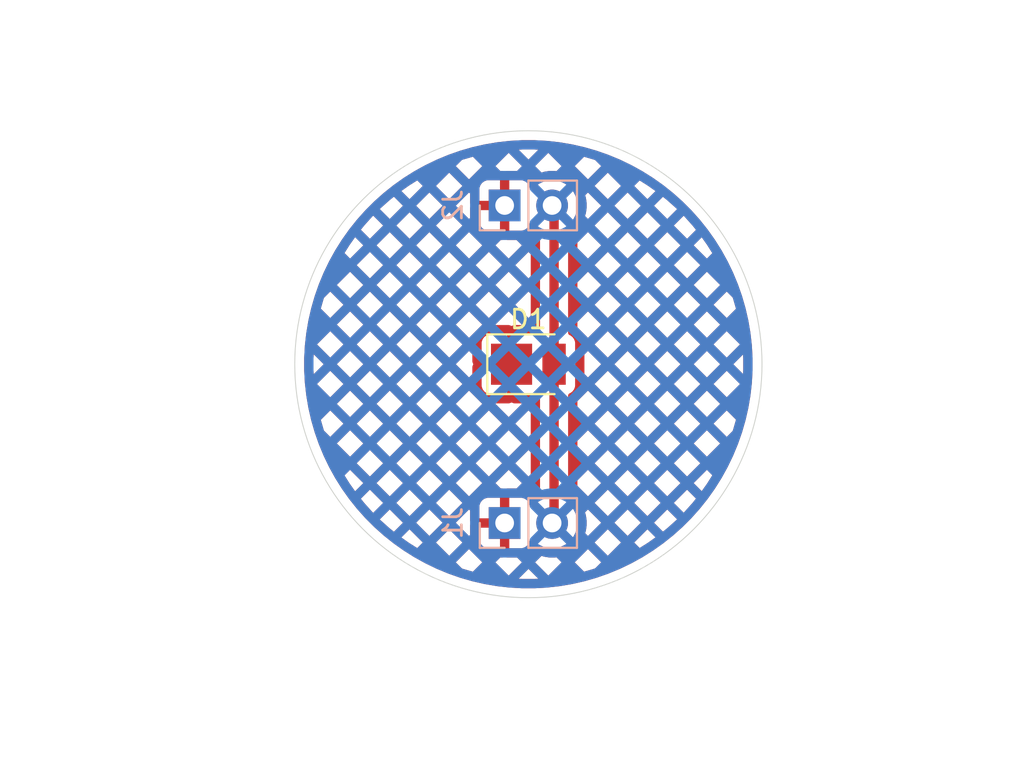
<source format=kicad_pcb>
(kicad_pcb (version 20241229) (generator "pcbnew") (generator_version "9.0")
  (title_block (title "LED Adapter PCB") (date "2025-04-02") (rev "1") (company "Tinkerpad"))
  (layers (0 "F.Cu" signal) (2 "B.Cu" signal) (13 "F.Paste" user) (15 "B.Paste" user) (5 "F.SilkS" user "F.Silkscreen") (7 "B.SilkS" user "B.Silkscreen") (1 "F.Mask" user) (3 "B.Mask" user) (25 "Edge.Cuts" user))
  (net 0 "")
  (net 1 "GND")
  (net 2 "VCC")
  (footprint "LED_SMD:LED_PLCC_2835" (layer "F.Cu") (at 146.27 85.5)
    (property "Reference" "D1" (at 0 -2.4 0) (layer "F.SilkS"))
    (property "Value" "LED")
    (fp_line (start -2.2 -1.6) (end -2.2 1.6) (stroke (width 0.12)) (layer "F.SilkS"))
    (fp_line (start 1.4 -1.6) (end -2.2 -1.6) (stroke (width 0.12)) (layer "F.SilkS"))
    (fp_line (start 1.4 1.6) (end -2.2 1.6) (stroke (width 0.12)) (layer "F.SilkS"))
    (pad "1" smd rect (at -0.9 0) (size 2.2 2.2) (layers "F.Cu" "F.Mask" "F.Paste") (net 1 "GND"))
    (pad "2" smd rect (at 1.375 0) (size 1.25 2.2) (layers "F.Cu" "F.Mask" "F.Paste") (net 2 "VCC"))
  )
  (footprint "Connector_PinSocket_2.54mm:PinSocket_1x02_P2.54mm_Vertical" (layer "B.Cu") (at 145 77 -90)
    (property "Reference" "J2" (at 0 2.77 90) (layer "B.SilkS") (effects (justify mirror)))
    (property "Value" "Conn_01x02_Socket")
    (fp_line (start 0 1.33) (end 1.33 1.33) (stroke (width 0.12)) (layer "B.SilkS"))
    (fp_line (start 1.33 1.33) (end 1.33 0) (stroke (width 0.12)) (layer "B.SilkS"))
    (fp_line (start -1.33 -1.27) (end 1.33 -1.27) (stroke (width 0.12)) (layer "B.SilkS"))
    (fp_line (start -1.33 -1.27) (end -1.33 -3.87) (stroke (width 0.12)) (layer "B.SilkS"))
    (fp_line (start 1.33 -1.27) (end 1.33 -3.87) (stroke (width 0.12)) (layer "B.SilkS"))
    (fp_line (start -1.33 -3.87) (end 1.33 -3.87) (stroke (width 0.12)) (layer "B.SilkS"))
    (pad "1" thru_hole rect (at 0 0 270) (size 1.7 1.7) (drill 1) (layers "*.Cu" "*.Mask") (net 1 "GND"))
    (pad "2" thru_hole circle (at 0 -2.54 270) (size 1.7 1.7) (drill 1) (layers "*.Cu" "*.Mask") (net 2 "VCC"))
  )
  (footprint "Connector_PinSocket_2.54mm:PinSocket_1x02_P2.54mm_Vertical" (layer "B.Cu") (at 145 94 -90)
    (property "Reference" "J1" (at 0 2.77 90) (layer "B.SilkS") (effects (justify mirror)))
    (property "Value" "Conn_01x02_Socket")
    (fp_line (start 0 1.33) (end 1.33 1.33) (stroke (width 0.12)) (layer "B.SilkS"))
    (fp_line (start 1.33 1.33) (end 1.33 0) (stroke (width 0.12)) (layer "B.SilkS"))
    (fp_line (start -1.33 -1.27) (end 1.33 -1.27) (stroke (width 0.12)) (layer "B.SilkS"))
    (fp_line (start -1.33 -1.27) (end -1.33 -3.87) (stroke (width 0.12)) (layer "B.SilkS"))
    (fp_line (start 1.33 -1.27) (end 1.33 -3.87) (stroke (width 0.12)) (layer "B.SilkS"))
    (fp_line (start -1.33 -3.87) (end 1.33 -3.87) (stroke (width 0.12)) (layer "B.SilkS"))
    (pad "1" thru_hole rect (at 0 0 270) (size 1.7 1.7) (drill 1) (layers "*.Cu" "*.Mask") (net 1 "GND"))
    (pad "2" thru_hole circle (at 0 -2.54 270) (size 1.7 1.7) (drill 1) (layers "*.Cu" "*.Mask") (net 2 "VCC"))
  )
  (gr_circle (center 146.27 85.5) (end 158.77 85.5) (stroke (width 0.05)) (fill no) (layer "Edge.Cuts"))
  (segment (start 147.645 93.895) (end 147.54 94) (width 0.5) (layer "F.Cu") (net 2))
  (segment (start 147.645 85.5) (end 147.645 77.105) (width 0.5) (layer "F.Cu") (net 2))
  (segment (start 147.645 85.5) (end 147.645 93.895) (width 0.5) (layer "F.Cu") (net 2))
  (segment (start 147.645 77.105) (end 147.54 77) (width 0.5) (layer "F.Cu") (net 2))
  (zone (net 1) (net_name "GND") (layer "F.Cu") (connect_pads (clearance 0.5)) (min_thickness 0.25) (fill yes (mode hatch) (thermal_gap 0.5) (thermal_bridge_width 0.5) (hatch_thickness 0.5) (hatch_gap 1) (hatch_orientation 45) (hatch_border_algorithm hatch_thickness) (hatch_min_hole_area 0.3))
    (polygon (pts (xy 122.800125 68.004997) (xy 123.800125 108.004997) (xy 172.800125 108.004997) (xy 172.800125 66.004997)))
  )
  (zone (net 2) (net_name "VCC") (layer "B.Cu") (priority 1) (connect_pads (clearance 0.5)) (min_thickness 0.25) (fill yes (mode hatch) (thermal_gap 0.5) (thermal_bridge_width 0.5) (hatch_thickness 0.5) (hatch_gap 1) (hatch_orientation 45) (hatch_border_algorithm hatch_thickness) (hatch_min_hole_area 0.3))
    (polygon (pts (xy 118 69) (xy 118 108) (xy 167 108) (xy 167 66)))
  )
)
</source>
